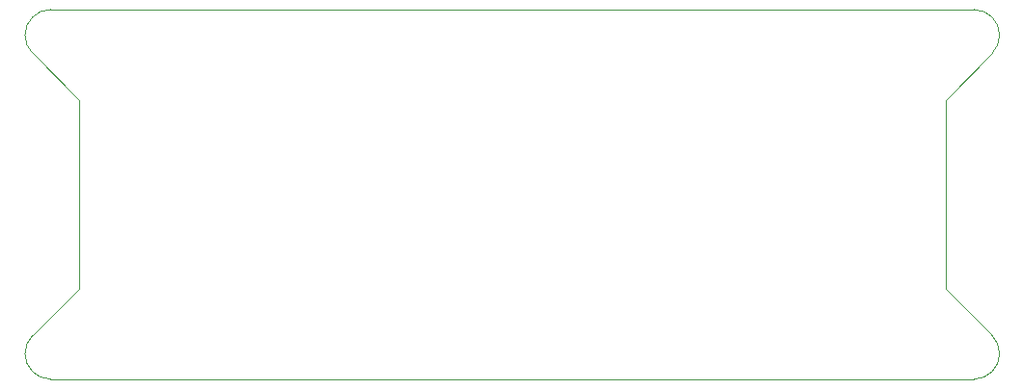
<source format=gbr>
%TF.GenerationSoftware,KiCad,Pcbnew,7.0.9*%
%TF.CreationDate,2024-01-21T19:27:48-06:00*%
%TF.ProjectId,Tei,5465692e-6b69-4636-9164-5f7063625858,1*%
%TF.SameCoordinates,Original*%
%TF.FileFunction,Profile,NP*%
%FSLAX46Y46*%
G04 Gerber Fmt 4.6, Leading zero omitted, Abs format (unit mm)*
G04 Created by KiCad (PCBNEW 7.0.9) date 2024-01-21 19:27:48*
%MOMM*%
%LPD*%
G01*
G04 APERTURE LIST*
%TA.AperFunction,Profile*%
%ADD10C,0.100000*%
%TD*%
G04 APERTURE END LIST*
D10*
X85249999Y3500000D02*
G75*
G03*
X84590990Y5090990I-2249999J0D01*
G01*
X85250000Y31500000D02*
G75*
G03*
X83000000Y33750000I-2250000J0D01*
G01*
X-250000Y3500000D02*
G75*
G03*
X2000000Y1250000I2250000J0D01*
G01*
X409010Y5090990D02*
X4500000Y9175000D01*
X-249999Y31500000D02*
G75*
G03*
X409010Y29909010I2249999J0D01*
G01*
X4500000Y9175000D02*
X4493020Y25818020D01*
X4493020Y25818020D02*
X409010Y29909010D01*
X2000000Y33750000D02*
X83000000Y33750000D01*
X84590990Y29909010D02*
G75*
G03*
X85250000Y31500000I-1590990J1590990D01*
G01*
X84590990Y29909010D02*
X80500000Y25825000D01*
X80500000Y25825000D02*
X80506980Y9181980D01*
X80000000Y1250000D02*
X83000000Y1250000D01*
X83000000Y1250000D02*
G75*
G03*
X85250000Y3500000I0J2250000D01*
G01*
X2000000Y33750000D02*
G75*
G03*
X-250000Y31500000I0J-2250000D01*
G01*
X409010Y5090990D02*
G75*
G03*
X-250000Y3500000I1590990J-1590990D01*
G01*
X84590990Y5090990D02*
X80506980Y9181980D01*
X2000000Y1250000D02*
X80000000Y1250000D01*
M02*

</source>
